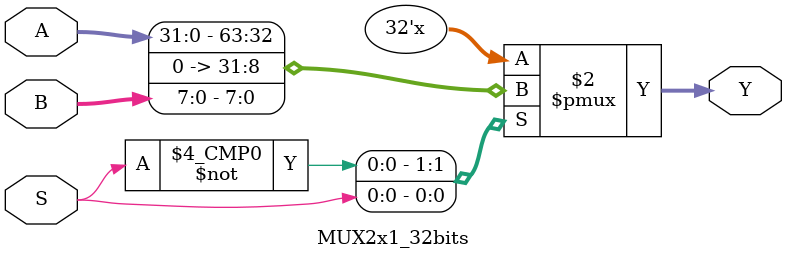
<source format=v>
module MUX2x1_32bits(
    input [31:0] A, 
    input [7:0]  B,    // 8-bit input B
    input S,           // 1-bit selector
    output reg [31:0] Y // 32-bit output Y
);
    always @(*) begin
        case (S)
            1'b0: Y = A;        // If S is 0, output A
            1'b1: Y = {24'b0, B}; // Zero-extend B to 32 bits and output
            default: Y = 32'b0; // Default case (unused ops)
        endcase
    end

endmodule

</source>
